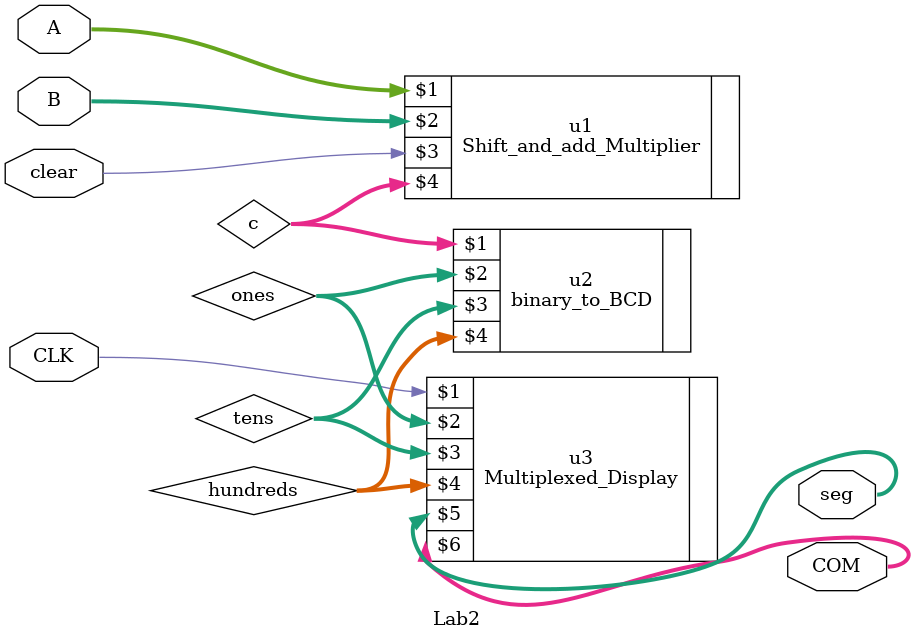
<source format=v>


module Lab2
(

(* chip_pin = "43" *)					input			CLK,
(* chip_pin = "6,5,4" *)				input	[2:0]	A,
(* chip_pin = "12,11,9" *)				input	[2:0]	B,
(* chip_pin = "16" *)					input			clear,
(* chip_pin = "25,26,27,28,29,31,33" *)	output	[6:0]	seg,
(* chip_pin = "24,21,20" *)				output	[2:0]	COM
);
wire [7:0] c;
wire [3:0] ones, tens, hundreds;
Shift_and_add_Multiplier u1(A, B, clear, c);
binary_to_BCD u2(c, ones, tens, hundreds);
Multiplexed_Display u3(CLK, ones, tens, hundreds, seg, COM);


endmodule


</source>
